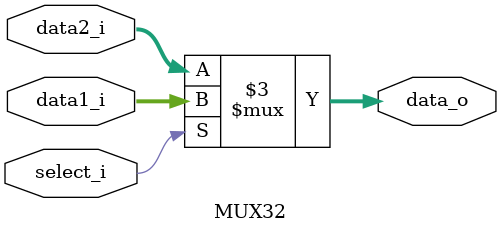
<source format=v>
module MUX32(
	data1_i,    
    data2_i,    
    select_i,   
    data_o     
);

input signed [31:0]	data2_i, data1_i;
input select_i;
output reg signed [31:0]	data_o;



always	@(select_i or data2_i or data1_i) begin
	if (select_i)	
	begin
		data_o <= data1_i ;
	end
	else 
	begin
		data_o <= data2_i ;
	end
end

endmodule
</source>
